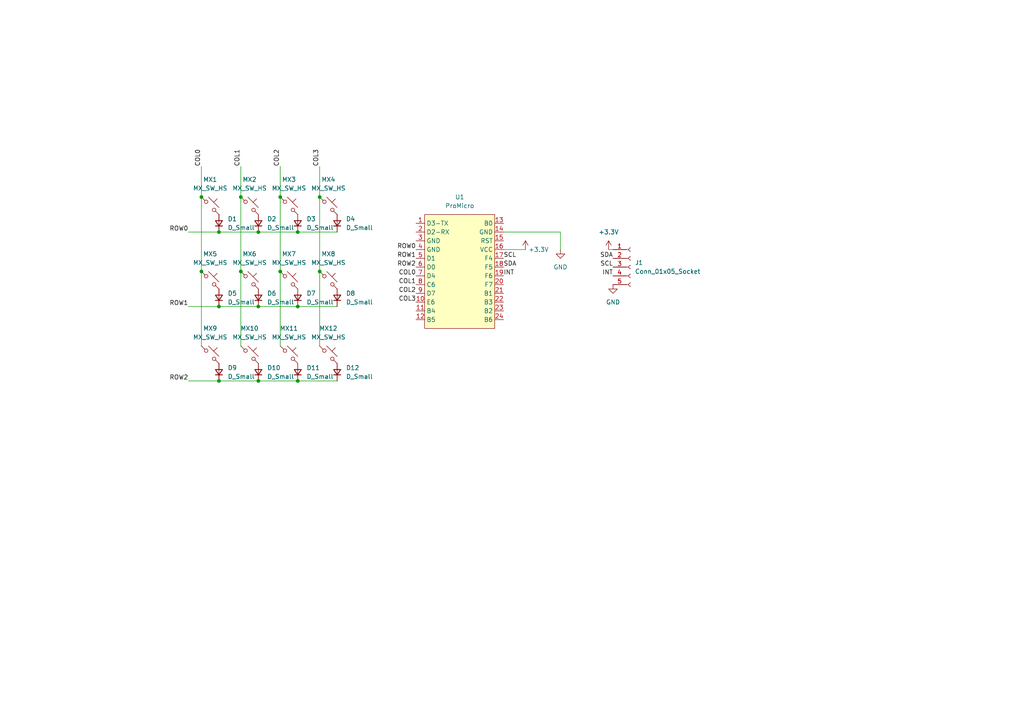
<source format=kicad_sch>
(kicad_sch (version 20230121) (generator eeschema)
  (paper "A4")
  (lib_symbols
    (symbol "Connector:Conn_01x05_Socket" (pin_names (offset 1.016) hide)
      (property "Reference" "J" (at 0 7.62 0))
      (property "Value" "Conn_01x05_Socket" (at 0 -7.62 0))
      (symbol "Conn_01x05_Socket_1_1"
        (arc (start 0 -4.572) (mid -0.5058 -5.08) (end 0 -5.588) (stroke (width 0.1524)))
        (arc (start 0 -2.032) (mid -0.5058 -2.54) (end 0 -3.048) (stroke (width 0.1524)))
        (polyline (pts (xy -1.27 -5.08) (xy -0.508 -5.08)) (stroke (width 0.1524)))
        (polyline (pts (xy -1.27 -2.54) (xy -0.508 -2.54)) (stroke (width 0.1524)))
        (polyline (pts (xy -1.27 0) (xy -0.508 0)) (stroke (width 0.1524)))
        (polyline (pts (xy -1.27 2.54) (xy -0.508 2.54)) (stroke (width 0.1524)))
        (polyline (pts (xy -1.27 5.08) (xy -0.508 5.08)) (stroke (width 0.1524)))
        (arc (start 0 0.508) (mid -0.5058 0) (end 0 -0.508) (stroke (width 0.1524)))
        (arc (start 0 3.048) (mid -0.5058 2.54) (end 0 2.032) (stroke (width 0.1524)))
        (arc (start 0 5.588) (mid -0.5058 5.08) (end 0 4.572) (stroke (width 0.1524)))
        (pin passive line (at -5.08 5.08 0) (length 3.81) (name "Pin_1") (number "1"))
        (pin passive line (at -5.08 2.54 0) (length 3.81) (name "Pin_2") (number "2"))
        (pin passive line (at -5.08 0 0) (length 3.81) (name "Pin_3") (number "3"))
        (pin passive line (at -5.08 -2.54 0) (length 3.81) (name "Pin_4") (number "4"))
        (pin passive line (at -5.08 -5.08 0) (length 3.81) (name "Pin_5") (number "5"))
      )
    )
    (symbol "Device:D_Small" (pin_numbers hide) (pin_names (offset 0.254) hide)
      (property "Reference" "D" (at -1.27 2.032 0))
      (property "Value" "D_Small" (at -3.81 -2.032 0))
      (symbol "D_Small_0_1"
        (polyline (pts (xy -0.762 -1.016) (xy -0.762 1.016)) (stroke (width 0.254)))
        (polyline (pts (xy -0.762 0) (xy 0.762 0)))
        (polyline (pts (xy 0.762 -1.016) (xy -0.762 0) (xy 0.762 1.016) (xy 0.762 -1.016)) (stroke (width 0.254)))
      )
      (symbol "D_Small_1_1"
        (pin passive line (at -2.54 0 0) (length 1.778) (name "K") (number "1"))
        (pin passive line (at 2.54 0 180) (length 1.778) (name "A") (number "2"))
      )
    )
    (symbol "marbastlib-mx:MX_SW_HS" (pin_numbers hide) (pin_names (offset 1.016) hide)
      (property "Reference" "MX" (at 3.048 1.016 0))
      (property "Value" "MX_SW_HS" (at 0 -3.81 0))
      (symbol "MX_SW_HS_0_1"
        (circle (center -1.1684 1.1684) (radius 0.508))
        (polyline (pts (xy -0.508 2.54) (xy 2.54 -0.508)))
        (polyline (pts (xy 1.016 1.016) (xy 2.032 2.032)))
        (polyline (pts (xy -2.54 2.54) (xy -1.524 1.524) (xy -1.524 1.524)))
        (polyline (pts (xy 1.524 -1.524) (xy 2.54 -2.54) (xy 2.54 -2.54) (xy 2.54 -2.54)))
        (circle (center 1.143 -1.1938) (radius 0.508))
        (pin passive line (at -2.54 2.54 0) (length 0) (name "1") (number "1"))
        (pin passive line (at 2.54 -2.54 180) (length 0) (name "2") (number "2"))
      )
    )
    (symbol "marbastlib-promicroish:Arduino_ProMicro" (in_bom no)
      (property "Reference" "U" (at 0 20.32 0))
      (property "Value" "ProMicro" (at 0 17.78 0))
      (symbol "Arduino_ProMicro_0_0"
        (pin bidirectional line (at -12.7 13.97 0) (length 2.54) (name "D3-TX") (number "1"))
        (pin bidirectional line (at -12.7 -8.89 0) (length 2.54) (name "E6") (number "10"))
        (pin bidirectional line (at -12.7 -11.43 0) (length 2.54) (name "B4") (number "11"))
        (pin bidirectional line (at -12.7 -13.97 0) (length 2.54) (name "B5") (number "12"))
        (pin power_out line (at 12.7 11.43 180) (length 2.54) (name "GND") (number "14"))
        (pin bidirectional line (at 12.7 8.89 180) (length 2.54) (name "RST") (number "15"))
        (pin bidirectional line (at 12.7 3.81 180) (length 2.54) (name "F4") (number "17"))
        (pin bidirectional line (at 12.7 1.27 180) (length 2.54) (name "F5") (number "18"))
        (pin bidirectional line (at 12.7 -1.27 180) (length 2.54) (name "F6") (number "19"))
        (pin bidirectional line (at -12.7 11.43 0) (length 2.54) (name "D2-RX") (number "2"))
        (pin bidirectional line (at 12.7 -3.81 180) (length 2.54) (name "F7") (number "20"))
        (pin bidirectional line (at 12.7 -6.35 180) (length 2.54) (name "B1") (number "21"))
        (pin bidirectional line (at 12.7 -8.89 180) (length 2.54) (name "B3") (number "22"))
        (pin bidirectional line (at 12.7 -11.43 180) (length 2.54) (name "B2") (number "23"))
        (pin bidirectional line (at 12.7 -13.97 180) (length 2.54) (name "B6") (number "24"))
        (pin power_out line (at -12.7 8.89 0) (length 2.54) (name "GND") (number "3"))
        (pin power_out line (at -12.7 6.35 0) (length 2.54) (name "GND") (number "4"))
        (pin bidirectional line (at -12.7 3.81 0) (length 2.54) (name "D1") (number "5"))
        (pin bidirectional line (at -12.7 1.27 0) (length 2.54) (name "D0") (number "6"))
        (pin bidirectional line (at -12.7 -1.27 0) (length 2.54) (name "D4") (number "7"))
        (pin bidirectional line (at -12.7 -3.81 0) (length 2.54) (name "C6") (number "8"))
        (pin bidirectional line (at -12.7 -6.35 0) (length 2.54) (name "D7") (number "9"))
      )
      (symbol "Arduino_ProMicro_1_0"
        (pin bidirectional line (at 12.7 13.97 180) (length 2.54) (name "B0") (number "13"))
        (pin power_out line (at 12.7 6.35 180) (length 2.54) (name "VCC") (number "16"))
      )
      (symbol "Arduino_ProMicro_1_1"
        (rectangle (start -10.16 16.51) (end 10.16 -16.51) (fill (type background)))
      )
    )
    (symbol "power:+3.3V" (power) (pin_names (offset 0))
      (property "Value" "+3.3V" (at 0 3.556 0))
      (symbol "+3.3V_0_1"
        (polyline (pts (xy -0.762 1.27) (xy 0 2.54)))
        (polyline (pts (xy 0 0) (xy 0 2.54)))
        (polyline (pts (xy 0 2.54) (xy 0.762 1.27)))
      )
      (symbol "+3.3V_1_1"
        (pin power_in line (at 0 0 90) (length 0) hide (name "+3.3V") (number "1"))
      )
    )
    (symbol "power:GND" (power) (pin_names (offset 0))
      (property "Value" "GND" (at 0 -3.81 0))
      (symbol "GND_0_1"
        (polyline (pts (xy 0 0) (xy 0 -1.27) (xy 1.27 -1.27) (xy 0 -2.54) (xy -1.27 -1.27) (xy 0 -1.27)))
      )
      (symbol "GND_1_1"
        (pin power_in line (at 0 0 270) (length 0) hide (name "GND") (number "1"))
      )
    )
  )
  (junction (at 58.42 57.15))
  (junction (at 69.85 57.15))
  (junction (at 92.71 78.74))
  (junction (at 58.42 78.74))
  (junction (at 86.36 67.31))
  (junction (at 74.93 88.9))
  (junction (at 74.93 110.49))
  (junction (at 63.5 67.31))
  (junction (at 92.71 57.15))
  (junction (at 86.36 88.9))
  (junction (at 86.36 110.49))
  (junction (at 63.5 110.49))
  (junction (at 81.28 78.74))
  (junction (at 74.93 67.31))
  (junction (at 81.28 57.15))
  (junction (at 69.85 78.74))
  (junction (at 63.5 88.9))
  (wire (pts (xy 74.93 110.49) (xy 86.36 110.49)))
  (wire (pts (xy 74.93 67.31) (xy 86.36 67.31)))
  (wire (pts (xy 63.5 67.31) (xy 74.93 67.31)))
  (wire (pts (xy 86.36 88.9) (xy 97.79 88.9)))
  (wire (pts (xy 74.93 88.9) (xy 86.36 88.9)))
  (wire (pts (xy 81.28 57.15) (xy 81.28 78.74)))
  (wire (pts (xy 58.42 57.15) (xy 58.42 78.74)))
  (wire (pts (xy 69.85 48.26) (xy 69.85 57.15)))
  (wire (pts (xy 54.61 110.49) (xy 63.5 110.49)))
  (wire (pts (xy 162.56 67.31) (xy 162.56 72.39)))
  (wire (pts (xy 92.71 57.15) (xy 92.71 78.74)))
  (wire (pts (xy 86.36 67.31) (xy 97.79 67.31)))
  (wire (pts (xy 146.05 67.31) (xy 162.56 67.31)))
  (wire (pts (xy 63.5 88.9) (xy 74.93 88.9)))
  (wire (pts (xy 63.5 110.49) (xy 74.93 110.49)))
  (wire (pts (xy 81.28 78.74) (xy 81.28 100.33)))
  (wire (pts (xy 54.61 67.31) (xy 63.5 67.31)))
  (wire (pts (xy 176.53 72.39) (xy 177.8 72.39)))
  (wire (pts (xy 58.42 48.26) (xy 58.42 57.15)))
  (wire (pts (xy 54.61 88.9) (xy 63.5 88.9)))
  (wire (pts (xy 69.85 78.74) (xy 69.85 100.33)))
  (wire (pts (xy 69.85 57.15) (xy 69.85 78.74)))
  (wire (pts (xy 92.71 48.26) (xy 92.71 57.15)))
  (wire (pts (xy 58.42 78.74) (xy 58.42 100.33)))
  (wire (pts (xy 92.71 78.74) (xy 92.71 100.33)))
  (wire (pts (xy 86.36 110.49) (xy 97.79 110.49)))
  (wire (pts (xy 81.28 48.26) (xy 81.28 57.15)))
  (wire (pts (xy 152.4 72.39) (xy 146.05 72.39)))
  (label "COL1" (at 69.85 48.26 90))
  (label "INT" (at 146.05 80.01 0))
  (label "SDA" (at 146.05 77.47 0))
  (label "SCL" (at 177.8 77.47 180))
  (label "COL3" (at 92.71 48.26 90))
  (label "COL0" (at 58.42 48.26 90))
  (label "INT" (at 177.8 80.01 180))
  (label "SDA" (at 177.8 74.93 180))
  (label "COL2" (at 81.28 48.26 90))
  (label "ROW0" (at 120.65 72.39 180))
  (label "ROW2" (at 120.65 77.47 180))
  (label "ROW0" (at 54.61 67.31 180))
  (label "ROW2" (at 54.61 110.49 180))
  (label "COL1" (at 120.65 82.55 180))
  (label "COL2" (at 120.65 85.09 180))
  (label "ROW1" (at 54.61 88.9 180))
  (label "COL0" (at 120.65 80.01 180))
  (label "ROW1" (at 120.65 74.93 180))
  (label "SCL" (at 146.05 74.93 0))
  (label "COL3" (at 120.65 87.63 180))
  (symbol (lib_id "power:+3.3V") (at 152.4 72.39 0) (unit 1)
    (property "Reference" "#PWR01" (effects hide))
    (property "Value" "+3.3V" (at 156.21 72.39 0))
  )
  (symbol (lib_id "Device:D_Small") (at 86.36 64.77 90) (unit 1)
    (property "Reference" "D3" (at 88.9 63.5 90) (effects (justify right)))
    (property "Value" "D_Small" (at 88.9 66.04 90) (effects (justify right)))
    (property "Footprint" "Diode_SMD:D_SOD-123" (effects hide))
    (property "Sim.Device" "D" (effects hide))
    (property "Sim.Pins" "1=K 2=A" (effects hide))
  )
  (symbol (lib_id "marbastlib-mx:MX_SW_HS") (at 95.25 102.87 0) (unit 1)
    (property "Reference" "MX12" (at 95.25 95.25 0))
    (property "Value" "MX_SW_HS" (at 95.25 97.79 0))
    (property "Footprint" "marbastlib-mx:SW_MX_HS_1u" (effects hide))
  )
  (symbol (lib_id "Device:D_Small") (at 63.5 64.77 90) (unit 1)
    (property "Reference" "D1" (at 66.04 63.5 90) (effects (justify right)))
    (property "Value" "D_Small" (at 66.04 66.04 90) (effects (justify right)))
    (property "Footprint" "Diode_SMD:D_SOD-123" (effects hide))
    (property "Sim.Device" "D" (effects hide))
    (property "Sim.Pins" "1=K 2=A" (effects hide))
  )
  (symbol (lib_id "Device:D_Small") (at 97.79 64.77 90) (unit 1)
    (property "Reference" "D4" (at 100.33 63.5 90) (effects (justify right)))
    (property "Value" "D_Small" (at 100.33 66.04 90) (effects (justify right)))
    (property "Footprint" "Diode_SMD:D_SOD-123" (effects hide))
    (property "Sim.Device" "D" (effects hide))
    (property "Sim.Pins" "1=K 2=A" (effects hide))
  )
  (symbol (lib_id "marbastlib-mx:MX_SW_HS") (at 83.82 81.28 0) (unit 1)
    (property "Reference" "MX7" (at 83.82 73.66 0))
    (property "Value" "MX_SW_HS" (at 83.82 76.2 0))
    (property "Footprint" "marbastlib-mx:SW_MX_HS_1u" (effects hide))
  )
  (symbol (lib_id "marbastlib-mx:MX_SW_HS") (at 72.39 59.69 0) (unit 1)
    (property "Reference" "MX2" (at 72.39 52.07 0))
    (property "Value" "MX_SW_HS" (at 72.39 54.61 0))
    (property "Footprint" "marbastlib-mx:SW_MX_HS_1u" (effects hide))
  )
  (symbol (lib_id "marbastlib-mx:MX_SW_HS") (at 83.82 102.87 0) (unit 1)
    (property "Reference" "MX11" (at 83.82 95.25 0))
    (property "Value" "MX_SW_HS" (at 83.82 97.79 0))
    (property "Footprint" "marbastlib-mx:SW_MX_HS_1u" (effects hide))
  )
  (symbol (lib_id "marbastlib-mx:MX_SW_HS") (at 60.96 81.28 0) (unit 1)
    (property "Reference" "MX5" (at 60.96 73.66 0))
    (property "Value" "MX_SW_HS" (at 60.96 76.2 0))
    (property "Footprint" "marbastlib-mx:SW_MX_HS_1u" (effects hide))
  )
  (symbol (lib_id "Device:D_Small") (at 74.93 86.36 90) (unit 1)
    (property "Reference" "D6" (at 77.47 85.09 90) (effects (justify right)))
    (property "Value" "D_Small" (at 77.47 87.63 90) (effects (justify right)))
    (property "Footprint" "Diode_SMD:D_SOD-123" (effects hide))
    (property "Sim.Device" "D" (effects hide))
    (property "Sim.Pins" "1=K 2=A" (effects hide))
  )
  (symbol (lib_id "marbastlib-mx:MX_SW_HS") (at 83.82 59.69 0) (unit 1)
    (property "Reference" "MX3" (at 83.82 52.07 0))
    (property "Value" "MX_SW_HS" (at 83.82 54.61 0))
    (property "Footprint" "marbastlib-mx:SW_MX_HS_1u" (effects hide))
  )
  (symbol (lib_id "Device:D_Small") (at 74.93 64.77 90) (unit 1)
    (property "Reference" "D2" (at 77.47 63.5 90) (effects (justify right)))
    (property "Value" "D_Small" (at 77.47 66.04 90) (effects (justify right)))
    (property "Footprint" "Diode_SMD:D_SOD-123" (effects hide))
    (property "Sim.Device" "D" (effects hide))
    (property "Sim.Pins" "1=K 2=A" (effects hide))
  )
  (symbol (lib_id "power:GND") (at 162.56 72.39 0) (unit 1)
    (property "Reference" "#PWR02" (effects hide))
    (property "Value" "GND" (at 162.56 77.47 0))
  )
  (symbol (lib_id "power:GND") (at 177.8 82.55 0) (unit 1)
    (property "Reference" "#PWR04" (effects hide))
    (property "Value" "GND" (at 177.8 87.63 0))
  )
  (symbol (lib_id "marbastlib-promicroish:Arduino_ProMicro") (at 133.35 78.74 0) (unit 1) (in_bom no)
    (property "Reference" "U1" (at 133.35 57.15 0))
    (property "Value" "ProMicro" (at 133.35 59.69 0))
    (property "Footprint" "marbastlib-xp-promicroish:ProMicro_USBup" (effects hide))
  )
  (symbol (lib_id "marbastlib-mx:MX_SW_HS") (at 60.96 59.69 0) (unit 1)
    (property "Reference" "MX1" (at 60.96 52.07 0))
    (property "Value" "MX_SW_HS" (at 60.96 54.61 0))
    (property "Footprint" "marbastlib-mx:SW_MX_HS_1u" (effects hide))
  )
  (symbol (lib_id "Device:D_Small") (at 63.5 86.36 90) (unit 1)
    (property "Reference" "D5" (at 66.04 85.09 90) (effects (justify right)))
    (property "Value" "D_Small" (at 66.04 87.63 90) (effects (justify right)))
    (property "Footprint" "Diode_SMD:D_SOD-123" (effects hide))
    (property "Sim.Device" "D" (effects hide))
    (property "Sim.Pins" "1=K 2=A" (effects hide))
  )
  (symbol (lib_id "Device:D_Small") (at 63.5 107.95 90) (unit 1)
    (property "Reference" "D9" (at 66.04 106.68 90) (effects (justify right)))
    (property "Value" "D_Small" (at 66.04 109.22 90) (effects (justify right)))
    (property "Footprint" "Diode_SMD:D_SOD-123" (effects hide))
    (property "Sim.Device" "D" (effects hide))
    (property "Sim.Pins" "1=K 2=A" (effects hide))
  )
  (symbol (lib_id "marbastlib-mx:MX_SW_HS") (at 72.39 102.87 0) (unit 1)
    (property "Reference" "MX10" (at 72.39 95.25 0))
    (property "Value" "MX_SW_HS" (at 72.39 97.79 0))
    (property "Footprint" "marbastlib-mx:SW_MX_HS_1u" (effects hide))
  )
  (symbol (lib_id "Device:D_Small") (at 86.36 107.95 90) (unit 1)
    (property "Reference" "D11" (at 88.9 106.68 90) (effects (justify right)))
    (property "Value" "D_Small" (at 88.9 109.22 90) (effects (justify right)))
    (property "Footprint" "Diode_SMD:D_SOD-123" (effects hide))
    (property "Sim.Device" "D" (effects hide))
    (property "Sim.Pins" "1=K 2=A" (effects hide))
  )
  (symbol (lib_id "marbastlib-mx:MX_SW_HS") (at 60.96 102.87 0) (unit 1)
    (property "Reference" "MX9" (at 60.96 95.25 0))
    (property "Value" "MX_SW_HS" (at 60.96 97.79 0))
    (property "Footprint" "marbastlib-mx:SW_MX_HS_1u" (effects hide))
  )
  (symbol (lib_id "Device:D_Small") (at 86.36 86.36 90) (unit 1)
    (property "Reference" "D7" (at 88.9 85.09 90) (effects (justify right)))
    (property "Value" "D_Small" (at 88.9 87.63 90) (effects (justify right)))
    (property "Footprint" "Diode_SMD:D_SOD-123" (effects hide))
    (property "Sim.Device" "D" (effects hide))
    (property "Sim.Pins" "1=K 2=A" (effects hide))
  )
  (symbol (lib_id "marbastlib-mx:MX_SW_HS") (at 95.25 59.69 0) (unit 1)
    (property "Reference" "MX4" (at 95.25 52.07 0))
    (property "Value" "MX_SW_HS" (at 95.25 54.61 0))
    (property "Footprint" "marbastlib-mx:SW_MX_HS_1u" (effects hide))
  )
  (symbol (lib_id "power:+3.3V") (at 176.53 72.39 0) (unit 1)
    (property "Reference" "#PWR03" (effects hide))
    (property "Value" "+3.3V" (at 176.53 67.31 0))
  )
  (symbol (lib_id "Device:D_Small") (at 97.79 107.95 90) (unit 1)
    (property "Reference" "D12" (at 100.33 106.68 90) (effects (justify right)))
    (property "Value" "D_Small" (at 100.33 109.22 90) (effects (justify right)))
    (property "Footprint" "Diode_SMD:D_SOD-123" (effects hide))
    (property "Sim.Device" "D" (effects hide))
    (property "Sim.Pins" "1=K 2=A" (effects hide))
  )
  (symbol (lib_id "Device:D_Small") (at 74.93 107.95 90) (unit 1)
    (property "Reference" "D10" (at 77.47 106.68 90) (effects (justify right)))
    (property "Value" "D_Small" (at 77.47 109.22 90) (effects (justify right)))
    (property "Footprint" "Diode_SMD:D_SOD-123" (effects hide))
    (property "Sim.Device" "D" (effects hide))
    (property "Sim.Pins" "1=K 2=A" (effects hide))
  )
  (symbol (lib_id "Device:D_Small") (at 97.79 86.36 90) (unit 1)
    (property "Reference" "D8" (at 100.33 85.09 90) (effects (justify right)))
    (property "Value" "D_Small" (at 100.33 87.63 90) (effects (justify right)))
    (property "Footprint" "Diode_SMD:D_SOD-123" (effects hide))
    (property "Sim.Device" "D" (effects hide))
    (property "Sim.Pins" "1=K 2=A" (effects hide))
  )
  (symbol (lib_id "marbastlib-mx:MX_SW_HS") (at 95.25 81.28 0) (unit 1)
    (property "Reference" "MX8" (at 95.25 73.66 0))
    (property "Value" "MX_SW_HS" (at 95.25 76.2 0))
    (property "Footprint" "marbastlib-mx:SW_MX_HS_1u" (effects hide))
  )
  (symbol (lib_id "Connector:Conn_01x05_Socket") (at 182.88 77.47 0) (unit 1)
    (property "Reference" "J1" (at 184.15 76.2 0) (effects (justify left)))
    (property "Value" "Conn_01x05_Socket" (at 184.15 78.74 0) (effects (justify left)))
    (property "Footprint" "Connector_PinSocket_2.54mm:PinSocket_1x05_P2.54mm_Vertical" (effects hide))
  )
  (symbol (lib_id "marbastlib-mx:MX_SW_HS") (at 72.39 81.28 0) (unit 1)
    (property "Reference" "MX6" (at 72.39 73.66 0))
    (property "Value" "MX_SW_HS" (at 72.39 76.2 0))
    (property "Footprint" "marbastlib-mx:SW_MX_HS_1u" (effects hide))
  )
)
</source>
